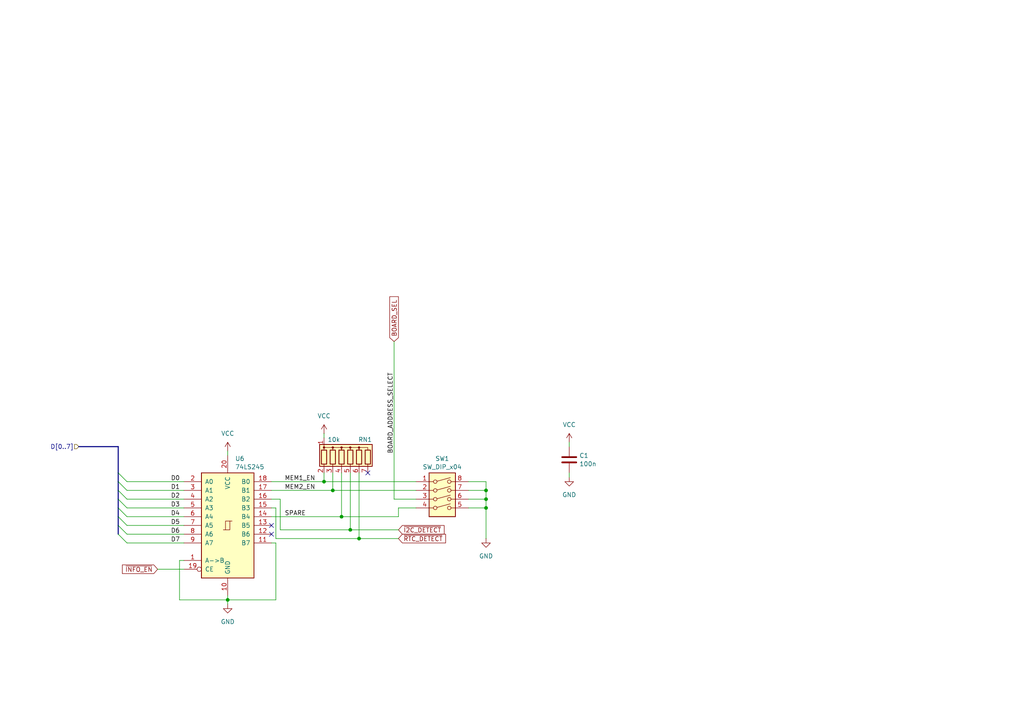
<source format=kicad_sch>
(kicad_sch
	(version 20250114)
	(generator "eeschema")
	(generator_version "9.0")
	(uuid "3bc1928d-9cad-42a4-84d2-bc102e3036c1")
	(paper "A4")
	(title_block
		(title "AutoConfig-addon")
	)
	(lib_symbols
		(symbol "74xx:74LS245"
			(pin_names
				(offset 1.016)
			)
			(exclude_from_sim no)
			(in_bom yes)
			(on_board yes)
			(property "Reference" "U"
				(at -7.62 16.51 0)
				(effects
					(font
						(size 1.27 1.27)
					)
				)
			)
			(property "Value" "74LS245"
				(at -7.62 -16.51 0)
				(effects
					(font
						(size 1.27 1.27)
					)
				)
			)
			(property "Footprint" ""
				(at 0 0 0)
				(effects
					(font
						(size 1.27 1.27)
					)
					(hide yes)
				)
			)
			(property "Datasheet" "http://www.ti.com/lit/gpn/sn74LS245"
				(at 0 0 0)
				(effects
					(font
						(size 1.27 1.27)
					)
					(hide yes)
				)
			)
			(property "Description" "Octal BUS Transceivers, 3-State outputs"
				(at 0 0 0)
				(effects
					(font
						(size 1.27 1.27)
					)
					(hide yes)
				)
			)
			(property "ki_locked" ""
				(at 0 0 0)
				(effects
					(font
						(size 1.27 1.27)
					)
				)
			)
			(property "ki_keywords" "TTL BUS 3State"
				(at 0 0 0)
				(effects
					(font
						(size 1.27 1.27)
					)
					(hide yes)
				)
			)
			(property "ki_fp_filters" "DIP?20*"
				(at 0 0 0)
				(effects
					(font
						(size 1.27 1.27)
					)
					(hide yes)
				)
			)
			(symbol "74LS245_1_0"
				(polyline
					(pts
						(xy -1.27 -1.27) (xy 0.635 -1.27) (xy 0.635 1.27) (xy 1.27 1.27)
					)
					(stroke
						(width 0)
						(type default)
					)
					(fill
						(type none)
					)
				)
				(polyline
					(pts
						(xy -0.635 -1.27) (xy -0.635 1.27) (xy 0.635 1.27)
					)
					(stroke
						(width 0)
						(type default)
					)
					(fill
						(type none)
					)
				)
				(pin tri_state line
					(at -12.7 12.7 0)
					(length 5.08)
					(name "A0"
						(effects
							(font
								(size 1.27 1.27)
							)
						)
					)
					(number "2"
						(effects
							(font
								(size 1.27 1.27)
							)
						)
					)
				)
				(pin tri_state line
					(at -12.7 10.16 0)
					(length 5.08)
					(name "A1"
						(effects
							(font
								(size 1.27 1.27)
							)
						)
					)
					(number "3"
						(effects
							(font
								(size 1.27 1.27)
							)
						)
					)
				)
				(pin tri_state line
					(at -12.7 7.62 0)
					(length 5.08)
					(name "A2"
						(effects
							(font
								(size 1.27 1.27)
							)
						)
					)
					(number "4"
						(effects
							(font
								(size 1.27 1.27)
							)
						)
					)
				)
				(pin tri_state line
					(at -12.7 5.08 0)
					(length 5.08)
					(name "A3"
						(effects
							(font
								(size 1.27 1.27)
							)
						)
					)
					(number "5"
						(effects
							(font
								(size 1.27 1.27)
							)
						)
					)
				)
				(pin tri_state line
					(at -12.7 2.54 0)
					(length 5.08)
					(name "A4"
						(effects
							(font
								(size 1.27 1.27)
							)
						)
					)
					(number "6"
						(effects
							(font
								(size 1.27 1.27)
							)
						)
					)
				)
				(pin tri_state line
					(at -12.7 0 0)
					(length 5.08)
					(name "A5"
						(effects
							(font
								(size 1.27 1.27)
							)
						)
					)
					(number "7"
						(effects
							(font
								(size 1.27 1.27)
							)
						)
					)
				)
				(pin tri_state line
					(at -12.7 -2.54 0)
					(length 5.08)
					(name "A6"
						(effects
							(font
								(size 1.27 1.27)
							)
						)
					)
					(number "8"
						(effects
							(font
								(size 1.27 1.27)
							)
						)
					)
				)
				(pin tri_state line
					(at -12.7 -5.08 0)
					(length 5.08)
					(name "A7"
						(effects
							(font
								(size 1.27 1.27)
							)
						)
					)
					(number "9"
						(effects
							(font
								(size 1.27 1.27)
							)
						)
					)
				)
				(pin input line
					(at -12.7 -10.16 0)
					(length 5.08)
					(name "A->B"
						(effects
							(font
								(size 1.27 1.27)
							)
						)
					)
					(number "1"
						(effects
							(font
								(size 1.27 1.27)
							)
						)
					)
				)
				(pin input inverted
					(at -12.7 -12.7 0)
					(length 5.08)
					(name "CE"
						(effects
							(font
								(size 1.27 1.27)
							)
						)
					)
					(number "19"
						(effects
							(font
								(size 1.27 1.27)
							)
						)
					)
				)
				(pin power_in line
					(at 0 20.32 270)
					(length 5.08)
					(name "VCC"
						(effects
							(font
								(size 1.27 1.27)
							)
						)
					)
					(number "20"
						(effects
							(font
								(size 1.27 1.27)
							)
						)
					)
				)
				(pin power_in line
					(at 0 -20.32 90)
					(length 5.08)
					(name "GND"
						(effects
							(font
								(size 1.27 1.27)
							)
						)
					)
					(number "10"
						(effects
							(font
								(size 1.27 1.27)
							)
						)
					)
				)
				(pin tri_state line
					(at 12.7 12.7 180)
					(length 5.08)
					(name "B0"
						(effects
							(font
								(size 1.27 1.27)
							)
						)
					)
					(number "18"
						(effects
							(font
								(size 1.27 1.27)
							)
						)
					)
				)
				(pin tri_state line
					(at 12.7 10.16 180)
					(length 5.08)
					(name "B1"
						(effects
							(font
								(size 1.27 1.27)
							)
						)
					)
					(number "17"
						(effects
							(font
								(size 1.27 1.27)
							)
						)
					)
				)
				(pin tri_state line
					(at 12.7 7.62 180)
					(length 5.08)
					(name "B2"
						(effects
							(font
								(size 1.27 1.27)
							)
						)
					)
					(number "16"
						(effects
							(font
								(size 1.27 1.27)
							)
						)
					)
				)
				(pin tri_state line
					(at 12.7 5.08 180)
					(length 5.08)
					(name "B3"
						(effects
							(font
								(size 1.27 1.27)
							)
						)
					)
					(number "15"
						(effects
							(font
								(size 1.27 1.27)
							)
						)
					)
				)
				(pin tri_state line
					(at 12.7 2.54 180)
					(length 5.08)
					(name "B4"
						(effects
							(font
								(size 1.27 1.27)
							)
						)
					)
					(number "14"
						(effects
							(font
								(size 1.27 1.27)
							)
						)
					)
				)
				(pin tri_state line
					(at 12.7 0 180)
					(length 5.08)
					(name "B5"
						(effects
							(font
								(size 1.27 1.27)
							)
						)
					)
					(number "13"
						(effects
							(font
								(size 1.27 1.27)
							)
						)
					)
				)
				(pin tri_state line
					(at 12.7 -2.54 180)
					(length 5.08)
					(name "B6"
						(effects
							(font
								(size 1.27 1.27)
							)
						)
					)
					(number "12"
						(effects
							(font
								(size 1.27 1.27)
							)
						)
					)
				)
				(pin tri_state line
					(at 12.7 -5.08 180)
					(length 5.08)
					(name "B7"
						(effects
							(font
								(size 1.27 1.27)
							)
						)
					)
					(number "11"
						(effects
							(font
								(size 1.27 1.27)
							)
						)
					)
				)
			)
			(symbol "74LS245_1_1"
				(rectangle
					(start -7.62 15.24)
					(end 7.62 -15.24)
					(stroke
						(width 0.254)
						(type default)
					)
					(fill
						(type background)
					)
				)
			)
			(embedded_fonts no)
		)
		(symbol "Device:C"
			(pin_numbers
				(hide yes)
			)
			(pin_names
				(offset 0.254)
			)
			(exclude_from_sim no)
			(in_bom yes)
			(on_board yes)
			(property "Reference" "C"
				(at 0.635 2.54 0)
				(effects
					(font
						(size 1.27 1.27)
					)
					(justify left)
				)
			)
			(property "Value" "C"
				(at 0.635 -2.54 0)
				(effects
					(font
						(size 1.27 1.27)
					)
					(justify left)
				)
			)
			(property "Footprint" ""
				(at 0.9652 -3.81 0)
				(effects
					(font
						(size 1.27 1.27)
					)
					(hide yes)
				)
			)
			(property "Datasheet" "~"
				(at 0 0 0)
				(effects
					(font
						(size 1.27 1.27)
					)
					(hide yes)
				)
			)
			(property "Description" "Unpolarized capacitor"
				(at 0 0 0)
				(effects
					(font
						(size 1.27 1.27)
					)
					(hide yes)
				)
			)
			(property "ki_keywords" "cap capacitor"
				(at 0 0 0)
				(effects
					(font
						(size 1.27 1.27)
					)
					(hide yes)
				)
			)
			(property "ki_fp_filters" "C_*"
				(at 0 0 0)
				(effects
					(font
						(size 1.27 1.27)
					)
					(hide yes)
				)
			)
			(symbol "C_0_1"
				(polyline
					(pts
						(xy -2.032 0.762) (xy 2.032 0.762)
					)
					(stroke
						(width 0.508)
						(type default)
					)
					(fill
						(type none)
					)
				)
				(polyline
					(pts
						(xy -2.032 -0.762) (xy 2.032 -0.762)
					)
					(stroke
						(width 0.508)
						(type default)
					)
					(fill
						(type none)
					)
				)
			)
			(symbol "C_1_1"
				(pin passive line
					(at 0 3.81 270)
					(length 2.794)
					(name "~"
						(effects
							(font
								(size 1.27 1.27)
							)
						)
					)
					(number "1"
						(effects
							(font
								(size 1.27 1.27)
							)
						)
					)
				)
				(pin passive line
					(at 0 -3.81 90)
					(length 2.794)
					(name "~"
						(effects
							(font
								(size 1.27 1.27)
							)
						)
					)
					(number "2"
						(effects
							(font
								(size 1.27 1.27)
							)
						)
					)
				)
			)
			(embedded_fonts no)
		)
		(symbol "Device:R_Network06"
			(pin_names
				(offset 0)
				(hide yes)
			)
			(exclude_from_sim no)
			(in_bom yes)
			(on_board yes)
			(property "Reference" "RN"
				(at -10.16 0 90)
				(effects
					(font
						(size 1.27 1.27)
					)
				)
			)
			(property "Value" "R_Network06"
				(at 7.62 0 90)
				(effects
					(font
						(size 1.27 1.27)
					)
				)
			)
			(property "Footprint" "Resistor_THT:R_Array_SIP7"
				(at 9.525 0 90)
				(effects
					(font
						(size 1.27 1.27)
					)
					(hide yes)
				)
			)
			(property "Datasheet" "http://www.vishay.com/docs/31509/csc.pdf"
				(at 0 0 0)
				(effects
					(font
						(size 1.27 1.27)
					)
					(hide yes)
				)
			)
			(property "Description" "6 resistor network, star topology, bussed resistors, small symbol"
				(at 0 0 0)
				(effects
					(font
						(size 1.27 1.27)
					)
					(hide yes)
				)
			)
			(property "ki_keywords" "R network star-topology"
				(at 0 0 0)
				(effects
					(font
						(size 1.27 1.27)
					)
					(hide yes)
				)
			)
			(property "ki_fp_filters" "R?Array?SIP*"
				(at 0 0 0)
				(effects
					(font
						(size 1.27 1.27)
					)
					(hide yes)
				)
			)
			(symbol "R_Network06_0_1"
				(rectangle
					(start -8.89 -3.175)
					(end 6.35 3.175)
					(stroke
						(width 0.254)
						(type default)
					)
					(fill
						(type background)
					)
				)
				(rectangle
					(start -8.382 1.524)
					(end -6.858 -2.54)
					(stroke
						(width 0.254)
						(type default)
					)
					(fill
						(type none)
					)
				)
				(circle
					(center -7.62 2.286)
					(radius 0.254)
					(stroke
						(width 0)
						(type default)
					)
					(fill
						(type outline)
					)
				)
				(polyline
					(pts
						(xy -7.62 1.524) (xy -7.62 2.286) (xy -5.08 2.286) (xy -5.08 1.524)
					)
					(stroke
						(width 0)
						(type default)
					)
					(fill
						(type none)
					)
				)
				(polyline
					(pts
						(xy -7.62 -2.54) (xy -7.62 -3.81)
					)
					(stroke
						(width 0)
						(type default)
					)
					(fill
						(type none)
					)
				)
				(rectangle
					(start -5.842 1.524)
					(end -4.318 -2.54)
					(stroke
						(width 0.254)
						(type default)
					)
					(fill
						(type none)
					)
				)
				(circle
					(center -5.08 2.286)
					(radius 0.254)
					(stroke
						(width 0)
						(type default)
					)
					(fill
						(type outline)
					)
				)
				(polyline
					(pts
						(xy -5.08 1.524) (xy -5.08 2.286) (xy -2.54 2.286) (xy -2.54 1.524)
					)
					(stroke
						(width 0)
						(type default)
					)
					(fill
						(type none)
					)
				)
				(polyline
					(pts
						(xy -5.08 -2.54) (xy -5.08 -3.81)
					)
					(stroke
						(width 0)
						(type default)
					)
					(fill
						(type none)
					)
				)
				(rectangle
					(start -3.302 1.524)
					(end -1.778 -2.54)
					(stroke
						(width 0.254)
						(type default)
					)
					(fill
						(type none)
					)
				)
				(circle
					(center -2.54 2.286)
					(radius 0.254)
					(stroke
						(width 0)
						(type default)
					)
					(fill
						(type outline)
					)
				)
				(polyline
					(pts
						(xy -2.54 1.524) (xy -2.54 2.286) (xy 0 2.286) (xy 0 1.524)
					)
					(stroke
						(width 0)
						(type default)
					)
					(fill
						(type none)
					)
				)
				(polyline
					(pts
						(xy -2.54 -2.54) (xy -2.54 -3.81)
					)
					(stroke
						(width 0)
						(type default)
					)
					(fill
						(type none)
					)
				)
				(rectangle
					(start -0.762 1.524)
					(end 0.762 -2.54)
					(stroke
						(width 0.254)
						(type default)
					)
					(fill
						(type none)
					)
				)
				(circle
					(center 0 2.286)
					(radius 0.254)
					(stroke
						(width 0)
						(type default)
					)
					(fill
						(type outline)
					)
				)
				(polyline
					(pts
						(xy 0 1.524) (xy 0 2.286) (xy 2.54 2.286) (xy 2.54 1.524)
					)
					(stroke
						(width 0)
						(type default)
					)
					(fill
						(type none)
					)
				)
				(polyline
					(pts
						(xy 0 -2.54) (xy 0 -3.81)
					)
					(stroke
						(width 0)
						(type default)
					)
					(fill
						(type none)
					)
				)
				(rectangle
					(start 1.778 1.524)
					(end 3.302 -2.54)
					(stroke
						(width 0.254)
						(type default)
					)
					(fill
						(type none)
					)
				)
				(circle
					(center 2.54 2.286)
					(radius 0.254)
					(stroke
						(width 0)
						(type default)
					)
					(fill
						(type outline)
					)
				)
				(polyline
					(pts
						(xy 2.54 1.524) (xy 2.54 2.286) (xy 5.08 2.286) (xy 5.08 1.524)
					)
					(stroke
						(width 0)
						(type default)
					)
					(fill
						(type none)
					)
				)
				(polyline
					(pts
						(xy 2.54 -2.54) (xy 2.54 -3.81)
					)
					(stroke
						(width 0)
						(type default)
					)
					(fill
						(type none)
					)
				)
				(rectangle
					(start 4.318 1.524)
					(end 5.842 -2.54)
					(stroke
						(width 0.254)
						(type default)
					)
					(fill
						(type none)
					)
				)
				(polyline
					(pts
						(xy 5.08 -2.54) (xy 5.08 -3.81)
					)
					(stroke
						(width 0)
						(type default)
					)
					(fill
						(type none)
					)
				)
			)
			(symbol "R_Network06_1_1"
				(pin passive line
					(at -7.62 5.08 270)
					(length 2.54)
					(name "common"
						(effects
							(font
								(size 1.27 1.27)
							)
						)
					)
					(number "1"
						(effects
							(font
								(size 1.27 1.27)
							)
						)
					)
				)
				(pin passive line
					(at -7.62 -5.08 90)
					(length 1.27)
					(name "R1"
						(effects
							(font
								(size 1.27 1.27)
							)
						)
					)
					(number "2"
						(effects
							(font
								(size 1.27 1.27)
							)
						)
					)
				)
				(pin passive line
					(at -5.08 -5.08 90)
					(length 1.27)
					(name "R2"
						(effects
							(font
								(size 1.27 1.27)
							)
						)
					)
					(number "3"
						(effects
							(font
								(size 1.27 1.27)
							)
						)
					)
				)
				(pin passive line
					(at -2.54 -5.08 90)
					(length 1.27)
					(name "R3"
						(effects
							(font
								(size 1.27 1.27)
							)
						)
					)
					(number "4"
						(effects
							(font
								(size 1.27 1.27)
							)
						)
					)
				)
				(pin passive line
					(at 0 -5.08 90)
					(length 1.27)
					(name "R4"
						(effects
							(font
								(size 1.27 1.27)
							)
						)
					)
					(number "5"
						(effects
							(font
								(size 1.27 1.27)
							)
						)
					)
				)
				(pin passive line
					(at 2.54 -5.08 90)
					(length 1.27)
					(name "R5"
						(effects
							(font
								(size 1.27 1.27)
							)
						)
					)
					(number "6"
						(effects
							(font
								(size 1.27 1.27)
							)
						)
					)
				)
				(pin passive line
					(at 5.08 -5.08 90)
					(length 1.27)
					(name "R6"
						(effects
							(font
								(size 1.27 1.27)
							)
						)
					)
					(number "7"
						(effects
							(font
								(size 1.27 1.27)
							)
						)
					)
				)
			)
			(embedded_fonts no)
		)
		(symbol "Switch:SW_DIP_x04"
			(pin_names
				(offset 0)
				(hide yes)
			)
			(exclude_from_sim no)
			(in_bom yes)
			(on_board yes)
			(property "Reference" "SW"
				(at 0 8.89 0)
				(effects
					(font
						(size 1.27 1.27)
					)
				)
			)
			(property "Value" "SW_DIP_x04"
				(at 0 -6.35 0)
				(effects
					(font
						(size 1.27 1.27)
					)
				)
			)
			(property "Footprint" ""
				(at 0 0 0)
				(effects
					(font
						(size 1.27 1.27)
					)
					(hide yes)
				)
			)
			(property "Datasheet" "~"
				(at 0 0 0)
				(effects
					(font
						(size 1.27 1.27)
					)
					(hide yes)
				)
			)
			(property "Description" "4x DIP Switch, Single Pole Single Throw (SPST) switch, small symbol"
				(at 0 0 0)
				(effects
					(font
						(size 1.27 1.27)
					)
					(hide yes)
				)
			)
			(property "ki_keywords" "dip switch"
				(at 0 0 0)
				(effects
					(font
						(size 1.27 1.27)
					)
					(hide yes)
				)
			)
			(property "ki_fp_filters" "SW?DIP?x4*"
				(at 0 0 0)
				(effects
					(font
						(size 1.27 1.27)
					)
					(hide yes)
				)
			)
			(symbol "SW_DIP_x04_0_0"
				(circle
					(center -2.032 5.08)
					(radius 0.508)
					(stroke
						(width 0)
						(type default)
					)
					(fill
						(type none)
					)
				)
				(circle
					(center -2.032 2.54)
					(radius 0.508)
					(stroke
						(width 0)
						(type default)
					)
					(fill
						(type none)
					)
				)
				(circle
					(center -2.032 0)
					(radius 0.508)
					(stroke
						(width 0)
						(type default)
					)
					(fill
						(type none)
					)
				)
				(circle
					(center -2.032 -2.54)
					(radius 0.508)
					(stroke
						(width 0)
						(type default)
					)
					(fill
						(type none)
					)
				)
				(polyline
					(pts
						(xy -1.524 5.207) (xy 2.3622 6.2484)
					)
					(stroke
						(width 0)
						(type default)
					)
					(fill
						(type none)
					)
				)
				(polyline
					(pts
						(xy -1.524 2.667) (xy 2.3622 3.7084)
					)
					(stroke
						(width 0)
						(type default)
					)
					(fill
						(type none)
					)
				)
				(polyline
					(pts
						(xy -1.524 0.127) (xy 2.3622 1.1684)
					)
					(stroke
						(width 0)
						(type default)
					)
					(fill
						(type none)
					)
				)
				(polyline
					(pts
						(xy -1.524 -2.3876) (xy 2.3622 -1.3462)
					)
					(stroke
						(width 0)
						(type default)
					)
					(fill
						(type none)
					)
				)
				(circle
					(center 2.032 5.08)
					(radius 0.508)
					(stroke
						(width 0)
						(type default)
					)
					(fill
						(type none)
					)
				)
				(circle
					(center 2.032 2.54)
					(radius 0.508)
					(stroke
						(width 0)
						(type default)
					)
					(fill
						(type none)
					)
				)
				(circle
					(center 2.032 0)
					(radius 0.508)
					(stroke
						(width 0)
						(type default)
					)
					(fill
						(type none)
					)
				)
				(circle
					(center 2.032 -2.54)
					(radius 0.508)
					(stroke
						(width 0)
						(type default)
					)
					(fill
						(type none)
					)
				)
			)
			(symbol "SW_DIP_x04_0_1"
				(rectangle
					(start -3.81 7.62)
					(end 3.81 -5.08)
					(stroke
						(width 0.254)
						(type default)
					)
					(fill
						(type background)
					)
				)
			)
			(symbol "SW_DIP_x04_1_1"
				(pin passive line
					(at -7.62 5.08 0)
					(length 5.08)
					(name "~"
						(effects
							(font
								(size 1.27 1.27)
							)
						)
					)
					(number "1"
						(effects
							(font
								(size 1.27 1.27)
							)
						)
					)
				)
				(pin passive line
					(at -7.62 2.54 0)
					(length 5.08)
					(name "~"
						(effects
							(font
								(size 1.27 1.27)
							)
						)
					)
					(number "2"
						(effects
							(font
								(size 1.27 1.27)
							)
						)
					)
				)
				(pin passive line
					(at -7.62 0 0)
					(length 5.08)
					(name "~"
						(effects
							(font
								(size 1.27 1.27)
							)
						)
					)
					(number "3"
						(effects
							(font
								(size 1.27 1.27)
							)
						)
					)
				)
				(pin passive line
					(at -7.62 -2.54 0)
					(length 5.08)
					(name "~"
						(effects
							(font
								(size 1.27 1.27)
							)
						)
					)
					(number "4"
						(effects
							(font
								(size 1.27 1.27)
							)
						)
					)
				)
				(pin passive line
					(at 7.62 5.08 180)
					(length 5.08)
					(name "~"
						(effects
							(font
								(size 1.27 1.27)
							)
						)
					)
					(number "8"
						(effects
							(font
								(size 1.27 1.27)
							)
						)
					)
				)
				(pin passive line
					(at 7.62 2.54 180)
					(length 5.08)
					(name "~"
						(effects
							(font
								(size 1.27 1.27)
							)
						)
					)
					(number "7"
						(effects
							(font
								(size 1.27 1.27)
							)
						)
					)
				)
				(pin passive line
					(at 7.62 0 180)
					(length 5.08)
					(name "~"
						(effects
							(font
								(size 1.27 1.27)
							)
						)
					)
					(number "6"
						(effects
							(font
								(size 1.27 1.27)
							)
						)
					)
				)
				(pin passive line
					(at 7.62 -2.54 180)
					(length 5.08)
					(name "~"
						(effects
							(font
								(size 1.27 1.27)
							)
						)
					)
					(number "5"
						(effects
							(font
								(size 1.27 1.27)
							)
						)
					)
				)
			)
			(embedded_fonts no)
		)
		(symbol "power:GND"
			(power)
			(pin_numbers
				(hide yes)
			)
			(pin_names
				(offset 0)
				(hide yes)
			)
			(exclude_from_sim no)
			(in_bom yes)
			(on_board yes)
			(property "Reference" "#PWR"
				(at 0 -6.35 0)
				(effects
					(font
						(size 1.27 1.27)
					)
					(hide yes)
				)
			)
			(property "Value" "GND"
				(at 0 -3.81 0)
				(effects
					(font
						(size 1.27 1.27)
					)
				)
			)
			(property "Footprint" ""
				(at 0 0 0)
				(effects
					(font
						(size 1.27 1.27)
					)
					(hide yes)
				)
			)
			(property "Datasheet" ""
				(at 0 0 0)
				(effects
					(font
						(size 1.27 1.27)
					)
					(hide yes)
				)
			)
			(property "Description" "Power symbol creates a global label with name \"GND\" , ground"
				(at 0 0 0)
				(effects
					(font
						(size 1.27 1.27)
					)
					(hide yes)
				)
			)
			(property "ki_keywords" "global power"
				(at 0 0 0)
				(effects
					(font
						(size 1.27 1.27)
					)
					(hide yes)
				)
			)
			(symbol "GND_0_1"
				(polyline
					(pts
						(xy 0 0) (xy 0 -1.27) (xy 1.27 -1.27) (xy 0 -2.54) (xy -1.27 -1.27) (xy 0 -1.27)
					)
					(stroke
						(width 0)
						(type default)
					)
					(fill
						(type none)
					)
				)
			)
			(symbol "GND_1_1"
				(pin power_in line
					(at 0 0 270)
					(length 0)
					(name "~"
						(effects
							(font
								(size 1.27 1.27)
							)
						)
					)
					(number "1"
						(effects
							(font
								(size 1.27 1.27)
							)
						)
					)
				)
			)
			(embedded_fonts no)
		)
		(symbol "power:VCC"
			(power)
			(pin_numbers
				(hide yes)
			)
			(pin_names
				(offset 0)
				(hide yes)
			)
			(exclude_from_sim no)
			(in_bom yes)
			(on_board yes)
			(property "Reference" "#PWR"
				(at 0 -3.81 0)
				(effects
					(font
						(size 1.27 1.27)
					)
					(hide yes)
				)
			)
			(property "Value" "VCC"
				(at 0 3.556 0)
				(effects
					(font
						(size 1.27 1.27)
					)
				)
			)
			(property "Footprint" ""
				(at 0 0 0)
				(effects
					(font
						(size 1.27 1.27)
					)
					(hide yes)
				)
			)
			(property "Datasheet" ""
				(at 0 0 0)
				(effects
					(font
						(size 1.27 1.27)
					)
					(hide yes)
				)
			)
			(property "Description" "Power symbol creates a global label with name \"VCC\""
				(at 0 0 0)
				(effects
					(font
						(size 1.27 1.27)
					)
					(hide yes)
				)
			)
			(property "ki_keywords" "global power"
				(at 0 0 0)
				(effects
					(font
						(size 1.27 1.27)
					)
					(hide yes)
				)
			)
			(symbol "VCC_0_1"
				(polyline
					(pts
						(xy -0.762 1.27) (xy 0 2.54)
					)
					(stroke
						(width 0)
						(type default)
					)
					(fill
						(type none)
					)
				)
				(polyline
					(pts
						(xy 0 2.54) (xy 0.762 1.27)
					)
					(stroke
						(width 0)
						(type default)
					)
					(fill
						(type none)
					)
				)
				(polyline
					(pts
						(xy 0 0) (xy 0 2.54)
					)
					(stroke
						(width 0)
						(type default)
					)
					(fill
						(type none)
					)
				)
			)
			(symbol "VCC_1_1"
				(pin power_in line
					(at 0 0 90)
					(length 0)
					(name "~"
						(effects
							(font
								(size 1.27 1.27)
							)
						)
					)
					(number "1"
						(effects
							(font
								(size 1.27 1.27)
							)
						)
					)
				)
			)
			(embedded_fonts no)
		)
	)
	(junction
		(at 140.97 147.32)
		(diameter 0)
		(color 0 0 0 0)
		(uuid "03a35a8e-f6f2-4e5c-8537-9fdc695eb728")
	)
	(junction
		(at 66.04 173.99)
		(diameter 0)
		(color 0 0 0 0)
		(uuid "18bd01ce-bec7-4c6f-abb3-b6de71d3c65f")
	)
	(junction
		(at 93.98 139.7)
		(diameter 0)
		(color 0 0 0 0)
		(uuid "6502d1f1-1d02-445f-9d06-f731e480d60d")
	)
	(junction
		(at 104.14 156.21)
		(diameter 0)
		(color 0 0 0 0)
		(uuid "7af1a995-d2cd-4322-97fd-0e2a4370028a")
	)
	(junction
		(at 96.52 142.24)
		(diameter 0)
		(color 0 0 0 0)
		(uuid "7b222fda-dfbe-4bc8-9264-60c344cbfd05")
	)
	(junction
		(at 140.97 144.78)
		(diameter 0)
		(color 0 0 0 0)
		(uuid "8fa1690b-b566-40ea-82e0-abe278b6018b")
	)
	(junction
		(at 99.06 149.86)
		(diameter 0)
		(color 0 0 0 0)
		(uuid "d0a17236-d1e9-45d5-989c-777858c3b346")
	)
	(junction
		(at 101.6 153.67)
		(diameter 0)
		(color 0 0 0 0)
		(uuid "e1acee3a-b2e8-4417-af1b-db0c75218009")
	)
	(junction
		(at 140.97 142.24)
		(diameter 0)
		(color 0 0 0 0)
		(uuid "f923d0b3-fa60-4eac-b7d9-8bf257eac509")
	)
	(no_connect
		(at 78.74 152.4)
		(uuid "9efbe0f0-f167-492b-9e5f-daa3b803bd8d")
	)
	(no_connect
		(at 78.74 154.94)
		(uuid "f689fedf-633c-4d70-af00-8b7ea476a92e")
	)
	(no_connect
		(at 106.68 137.16)
		(uuid "f894a9e9-e452-4441-860f-610f48596b9f")
	)
	(bus_entry
		(at 34.29 154.94)
		(size 2.54 2.54)
		(stroke
			(width 0)
			(type default)
		)
		(uuid "1c8d0906-fd5f-434b-abd9-f5e91118b4e3")
	)
	(bus_entry
		(at 34.29 137.16)
		(size 2.54 2.54)
		(stroke
			(width 0)
			(type default)
		)
		(uuid "1d7fac4e-233e-4034-b3a5-fee4e70530da")
	)
	(bus_entry
		(at 34.29 139.7)
		(size 2.54 2.54)
		(stroke
			(width 0)
			(type default)
		)
		(uuid "3d681e9a-b8c0-4849-a0ca-244ff78c407a")
	)
	(bus_entry
		(at 34.29 147.32)
		(size 2.54 2.54)
		(stroke
			(width 0)
			(type default)
		)
		(uuid "3f001785-940d-45fa-9f3a-580403d74f79")
	)
	(bus_entry
		(at 34.29 142.24)
		(size 2.54 2.54)
		(stroke
			(width 0)
			(type default)
		)
		(uuid "46ae2d0c-7182-46a3-a35e-d6f4c73205b7")
	)
	(bus_entry
		(at 34.29 144.78)
		(size 2.54 2.54)
		(stroke
			(width 0)
			(type default)
		)
		(uuid "57d2f963-d215-4497-a244-247177a32145")
	)
	(bus_entry
		(at 34.29 149.86)
		(size 2.54 2.54)
		(stroke
			(width 0)
			(type default)
		)
		(uuid "a9cb8a07-d684-48c7-84a6-8f3ef818f0cc")
	)
	(bus_entry
		(at 34.29 152.4)
		(size 2.54 2.54)
		(stroke
			(width 0)
			(type default)
		)
		(uuid "c23ab581-b8e9-4829-a1cf-70599d6dc5b2")
	)
	(wire
		(pts
			(xy 99.06 137.16) (xy 99.06 149.86)
		)
		(stroke
			(width 0)
			(type default)
		)
		(uuid "02177024-a623-4fdd-8ec4-6e2cc5670233")
	)
	(wire
		(pts
			(xy 140.97 142.24) (xy 140.97 144.78)
		)
		(stroke
			(width 0)
			(type default)
		)
		(uuid "05fd6587-d18f-444a-8398-0fdfd34b0169")
	)
	(wire
		(pts
			(xy 93.98 139.7) (xy 120.65 139.7)
		)
		(stroke
			(width 0)
			(type default)
		)
		(uuid "1291162c-06b7-4c10-8417-c8d6805cd775")
	)
	(wire
		(pts
			(xy 36.83 154.94) (xy 53.34 154.94)
		)
		(stroke
			(width 0)
			(type default)
		)
		(uuid "133577da-9ce8-47ea-8bbc-ac7c0472c636")
	)
	(wire
		(pts
			(xy 104.14 137.16) (xy 104.14 156.21)
		)
		(stroke
			(width 0)
			(type default)
		)
		(uuid "1366915c-0fda-4d63-93ac-0c08a7ce5604")
	)
	(wire
		(pts
			(xy 78.74 139.7) (xy 93.98 139.7)
		)
		(stroke
			(width 0)
			(type default)
		)
		(uuid "1474c395-85b2-4c58-b113-403e04f947ea")
	)
	(bus
		(pts
			(xy 34.29 149.86) (xy 34.29 152.4)
		)
		(stroke
			(width 0)
			(type default)
		)
		(uuid "168b485a-e739-463c-ac38-8dc04acc97cb")
	)
	(bus
		(pts
			(xy 34.29 129.54) (xy 34.29 137.16)
		)
		(stroke
			(width 0)
			(type default)
		)
		(uuid "1e888039-92f2-4e64-a269-44269ba06576")
	)
	(wire
		(pts
			(xy 80.01 156.21) (xy 104.14 156.21)
		)
		(stroke
			(width 0)
			(type default)
		)
		(uuid "1ebe3932-6913-4a65-9477-77b9c34cb5e8")
	)
	(wire
		(pts
			(xy 52.07 162.56) (xy 52.07 173.99)
		)
		(stroke
			(width 0)
			(type default)
		)
		(uuid "23e4dbcb-32b5-4989-8eac-343eac09afc8")
	)
	(wire
		(pts
			(xy 36.83 157.48) (xy 53.34 157.48)
		)
		(stroke
			(width 0)
			(type default)
		)
		(uuid "267d97f1-4f1c-45a6-8333-a4c342273d31")
	)
	(wire
		(pts
			(xy 114.3 99.06) (xy 114.3 144.78)
		)
		(stroke
			(width 0)
			(type default)
		)
		(uuid "28de5292-ef8c-48c5-9653-8fef1d93b999")
	)
	(wire
		(pts
			(xy 78.74 144.78) (xy 81.28 144.78)
		)
		(stroke
			(width 0)
			(type default)
		)
		(uuid "2a3063fc-a356-448f-8550-3b37405de58d")
	)
	(bus
		(pts
			(xy 34.29 142.24) (xy 34.29 144.78)
		)
		(stroke
			(width 0)
			(type default)
		)
		(uuid "3010221f-3e77-4c87-8af5-55635cd14b95")
	)
	(wire
		(pts
			(xy 120.65 147.32) (xy 115.57 147.32)
		)
		(stroke
			(width 0)
			(type default)
		)
		(uuid "3dfe17ca-207f-49a5-8e72-4721509693b5")
	)
	(bus
		(pts
			(xy 34.29 144.78) (xy 34.29 147.32)
		)
		(stroke
			(width 0)
			(type default)
		)
		(uuid "3e15e0cf-b304-44fc-8ec6-da85e8a48947")
	)
	(wire
		(pts
			(xy 80.01 173.99) (xy 66.04 173.99)
		)
		(stroke
			(width 0)
			(type default)
		)
		(uuid "4c95c756-f12c-4fae-aa9b-fa35e834b59d")
	)
	(wire
		(pts
			(xy 96.52 137.16) (xy 96.52 142.24)
		)
		(stroke
			(width 0)
			(type default)
		)
		(uuid "4f58c4f8-00d8-4d69-ac35-e162de314f7e")
	)
	(wire
		(pts
			(xy 78.74 142.24) (xy 96.52 142.24)
		)
		(stroke
			(width 0)
			(type default)
		)
		(uuid "52dab905-ab4c-4785-a94d-cb8b860b4d8f")
	)
	(wire
		(pts
			(xy 135.89 142.24) (xy 140.97 142.24)
		)
		(stroke
			(width 0)
			(type default)
		)
		(uuid "52dc1609-b878-4cc9-92ef-918d525d1661")
	)
	(wire
		(pts
			(xy 36.83 139.7) (xy 53.34 139.7)
		)
		(stroke
			(width 0)
			(type default)
		)
		(uuid "629312d9-7da9-4029-99c8-44c47c531798")
	)
	(wire
		(pts
			(xy 135.89 139.7) (xy 140.97 139.7)
		)
		(stroke
			(width 0)
			(type default)
		)
		(uuid "63dd1dee-ec69-470f-be42-8304bf643fc7")
	)
	(wire
		(pts
			(xy 81.28 153.67) (xy 101.6 153.67)
		)
		(stroke
			(width 0)
			(type default)
		)
		(uuid "64b615bf-fa78-4d41-94f7-c2d02b333cba")
	)
	(wire
		(pts
			(xy 66.04 173.99) (xy 66.04 175.26)
		)
		(stroke
			(width 0)
			(type default)
		)
		(uuid "67da9315-cecf-4b0b-8d58-3f105220fa3a")
	)
	(wire
		(pts
			(xy 93.98 137.16) (xy 93.98 139.7)
		)
		(stroke
			(width 0)
			(type default)
		)
		(uuid "698da0f9-3ce4-4351-8834-4dd61611e5be")
	)
	(wire
		(pts
			(xy 165.1 137.16) (xy 165.1 138.43)
		)
		(stroke
			(width 0)
			(type default)
		)
		(uuid "69bae92e-e891-4658-b3e1-064a804a0db8")
	)
	(wire
		(pts
			(xy 140.97 147.32) (xy 140.97 156.21)
		)
		(stroke
			(width 0)
			(type default)
		)
		(uuid "6c07277b-c4c7-4bc0-9394-e31fee41db8c")
	)
	(wire
		(pts
			(xy 99.06 149.86) (xy 115.57 149.86)
		)
		(stroke
			(width 0)
			(type default)
		)
		(uuid "6ccef2a7-ea19-4d47-bfea-046cc53cb1e1")
	)
	(wire
		(pts
			(xy 96.52 142.24) (xy 120.65 142.24)
		)
		(stroke
			(width 0)
			(type default)
		)
		(uuid "739bbc89-f394-4313-9f7a-d953409a8f72")
	)
	(wire
		(pts
			(xy 66.04 130.81) (xy 66.04 132.08)
		)
		(stroke
			(width 0)
			(type default)
		)
		(uuid "7a2608c5-de9a-46a6-baf9-c2859c0fcf2d")
	)
	(wire
		(pts
			(xy 36.83 147.32) (xy 53.34 147.32)
		)
		(stroke
			(width 0)
			(type default)
		)
		(uuid "7a4d4ec5-ba1a-45a4-9c86-aa9d014b2e60")
	)
	(wire
		(pts
			(xy 36.83 142.24) (xy 53.34 142.24)
		)
		(stroke
			(width 0)
			(type default)
		)
		(uuid "7dae0c23-c10a-4927-a3f6-b0cd3d1abd8c")
	)
	(wire
		(pts
			(xy 104.14 156.21) (xy 115.57 156.21)
		)
		(stroke
			(width 0)
			(type default)
		)
		(uuid "7f724781-09a1-4e8c-bf45-5291d1478be0")
	)
	(wire
		(pts
			(xy 80.01 157.48) (xy 80.01 173.99)
		)
		(stroke
			(width 0)
			(type default)
		)
		(uuid "85365a8e-63e5-4aed-bce8-e3e02c610fad")
	)
	(bus
		(pts
			(xy 34.29 139.7) (xy 34.29 142.24)
		)
		(stroke
			(width 0)
			(type default)
		)
		(uuid "8c164ade-149d-484f-9f55-692a12c83857")
	)
	(bus
		(pts
			(xy 34.29 137.16) (xy 34.29 139.7)
		)
		(stroke
			(width 0)
			(type default)
		)
		(uuid "9166bd54-e71f-43f9-bfd7-de7369e1722e")
	)
	(wire
		(pts
			(xy 78.74 147.32) (xy 80.01 147.32)
		)
		(stroke
			(width 0)
			(type default)
		)
		(uuid "93321617-60ad-4bfa-aae2-7f301b37c16e")
	)
	(wire
		(pts
			(xy 36.83 144.78) (xy 53.34 144.78)
		)
		(stroke
			(width 0)
			(type default)
		)
		(uuid "9a40e6ab-de48-4926-9f9f-d911244cd741")
	)
	(wire
		(pts
			(xy 52.07 173.99) (xy 66.04 173.99)
		)
		(stroke
			(width 0)
			(type default)
		)
		(uuid "9c6e346a-25f9-4ae2-88c4-aab1228ae681")
	)
	(wire
		(pts
			(xy 53.34 162.56) (xy 52.07 162.56)
		)
		(stroke
			(width 0)
			(type default)
		)
		(uuid "9cf8885a-d435-405a-8409-adb42f7da191")
	)
	(wire
		(pts
			(xy 36.83 152.4) (xy 53.34 152.4)
		)
		(stroke
			(width 0)
			(type default)
		)
		(uuid "9d2e86f4-0a8f-427a-9982-3032983d5ee4")
	)
	(bus
		(pts
			(xy 34.29 147.32) (xy 34.29 149.86)
		)
		(stroke
			(width 0)
			(type default)
		)
		(uuid "a6da1283-f05a-4780-9776-71d772003799")
	)
	(wire
		(pts
			(xy 93.98 125.73) (xy 93.98 127)
		)
		(stroke
			(width 0)
			(type default)
		)
		(uuid "addd2c97-59d6-47ad-ba4b-f0237345bf68")
	)
	(wire
		(pts
			(xy 45.72 165.1) (xy 53.34 165.1)
		)
		(stroke
			(width 0)
			(type default)
		)
		(uuid "ae35be8b-c462-49ab-b694-aa3f28073b60")
	)
	(bus
		(pts
			(xy 22.86 129.54) (xy 34.29 129.54)
		)
		(stroke
			(width 0)
			(type default)
		)
		(uuid "af1991e6-3bea-4e05-8ea0-4110211b0d48")
	)
	(wire
		(pts
			(xy 120.65 144.78) (xy 114.3 144.78)
		)
		(stroke
			(width 0)
			(type default)
		)
		(uuid "b5b98f87-d62b-42c4-8c6f-f2c7c9455c3f")
	)
	(wire
		(pts
			(xy 140.97 144.78) (xy 140.97 147.32)
		)
		(stroke
			(width 0)
			(type default)
		)
		(uuid "bdc3c1e1-1961-4297-96ba-375713779309")
	)
	(wire
		(pts
			(xy 81.28 144.78) (xy 81.28 153.67)
		)
		(stroke
			(width 0)
			(type default)
		)
		(uuid "c7c48375-6537-4a7b-b843-bacfefd7cc48")
	)
	(wire
		(pts
			(xy 78.74 157.48) (xy 80.01 157.48)
		)
		(stroke
			(width 0)
			(type default)
		)
		(uuid "cf3962af-8061-41f4-b03c-720e8e28b8d9")
	)
	(wire
		(pts
			(xy 115.57 147.32) (xy 115.57 149.86)
		)
		(stroke
			(width 0)
			(type default)
		)
		(uuid "d19cfb6c-9c55-4c4a-a381-74aff4b20d59")
	)
	(wire
		(pts
			(xy 78.74 149.86) (xy 99.06 149.86)
		)
		(stroke
			(width 0)
			(type default)
		)
		(uuid "db9bae2e-686c-4bdb-80f9-4ca262a9ae3f")
	)
	(wire
		(pts
			(xy 80.01 147.32) (xy 80.01 156.21)
		)
		(stroke
			(width 0)
			(type default)
		)
		(uuid "e1e25128-6432-45bb-aab1-494d99724441")
	)
	(wire
		(pts
			(xy 101.6 153.67) (xy 115.57 153.67)
		)
		(stroke
			(width 0)
			(type default)
		)
		(uuid "e3b0ba92-3c4e-4ae5-bfb3-b8e4df8e7f69")
	)
	(wire
		(pts
			(xy 165.1 128.27) (xy 165.1 129.54)
		)
		(stroke
			(width 0)
			(type default)
		)
		(uuid "e9554b7a-1e99-4ebc-8cf0-f7e5cfd6b33a")
	)
	(wire
		(pts
			(xy 140.97 139.7) (xy 140.97 142.24)
		)
		(stroke
			(width 0)
			(type default)
		)
		(uuid "ea89810e-cc84-4360-863f-a26966ea13ec")
	)
	(wire
		(pts
			(xy 36.83 149.86) (xy 53.34 149.86)
		)
		(stroke
			(width 0)
			(type default)
		)
		(uuid "eb0e3896-2df6-4143-bbb1-cd03d121a757")
	)
	(bus
		(pts
			(xy 34.29 152.4) (xy 34.29 154.94)
		)
		(stroke
			(width 0)
			(type default)
		)
		(uuid "ebd2e82d-df16-4f69-8a92-8c1b8909ab50")
	)
	(wire
		(pts
			(xy 66.04 172.72) (xy 66.04 173.99)
		)
		(stroke
			(width 0)
			(type default)
		)
		(uuid "ecb9a53c-7600-4101-8443-af95aea804be")
	)
	(wire
		(pts
			(xy 135.89 144.78) (xy 140.97 144.78)
		)
		(stroke
			(width 0)
			(type default)
		)
		(uuid "f1b1e0cc-1c28-44b8-9425-dbd0f105d5c8")
	)
	(wire
		(pts
			(xy 135.89 147.32) (xy 140.97 147.32)
		)
		(stroke
			(width 0)
			(type default)
		)
		(uuid "faa97fbc-693b-468b-9969-b9fba2086437")
	)
	(wire
		(pts
			(xy 101.6 137.16) (xy 101.6 153.67)
		)
		(stroke
			(width 0)
			(type default)
		)
		(uuid "fec6e846-2a71-42b5-abcb-2bdb84eab812")
	)
	(label "D4"
		(at 49.53 149.86 0)
		(effects
			(font
				(size 1.27 1.27)
			)
			(justify left bottom)
		)
		(uuid "48b187ef-c2bd-4f1e-98c7-6ed800e74ad2")
	)
	(label "D5"
		(at 49.53 152.4 0)
		(effects
			(font
				(size 1.27 1.27)
			)
			(justify left bottom)
		)
		(uuid "5090087e-01e5-4b6d-af68-1c7d7d1f2026")
	)
	(label "D1"
		(at 49.53 142.24 0)
		(effects
			(font
				(size 1.27 1.27)
			)
			(justify left bottom)
		)
		(uuid "52da17bd-0449-47ac-888f-f50b20dd15bf")
	)
	(label "MEM1_EN"
		(at 82.55 139.7 0)
		(effects
			(font
				(size 1.27 1.27)
			)
			(justify left bottom)
		)
		(uuid "90c7b83d-3ee6-4737-835c-a745a9ead119")
	)
	(label "D7"
		(at 49.53 157.48 0)
		(effects
			(font
				(size 1.27 1.27)
			)
			(justify left bottom)
		)
		(uuid "9580311b-67b8-45ff-a9d6-51310d57c24c")
	)
	(label "D0"
		(at 49.53 139.7 0)
		(effects
			(font
				(size 1.27 1.27)
			)
			(justify left bottom)
		)
		(uuid "aed1220d-6373-4b2c-94f8-8bf9fdeeaa99")
	)
	(label "D3"
		(at 49.53 147.32 0)
		(effects
			(font
				(size 1.27 1.27)
			)
			(justify left bottom)
		)
		(uuid "b395ab09-0350-431e-a5d1-60ea6cb0f306")
	)
	(label "MEM2_EN"
		(at 82.55 142.24 0)
		(effects
			(font
				(size 1.27 1.27)
			)
			(justify left bottom)
		)
		(uuid "c1cbd6f7-3937-4d91-bbaa-4ded8c6017d1")
	)
	(label "D6"
		(at 49.53 154.94 0)
		(effects
			(font
				(size 1.27 1.27)
			)
			(justify left bottom)
		)
		(uuid "c1ecbdb1-59af-45ec-9d6f-0889262c8164")
	)
	(label "D2"
		(at 49.53 144.78 0)
		(effects
			(font
				(size 1.27 1.27)
			)
			(justify left bottom)
		)
		(uuid "d738a177-eb2a-439c-800a-bd778aae7903")
	)
	(label "SPARE"
		(at 82.55 149.86 0)
		(effects
			(font
				(size 1.27 1.27)
			)
			(justify left bottom)
		)
		(uuid "e8cca8b4-c656-44a2-9a6d-aa508241c368")
	)
	(label "BOARD_ADDRESS_SELECT"
		(at 114.3 107.95 270)
		(effects
			(font
				(size 1.27 1.27)
			)
			(justify right bottom)
		)
		(uuid "f1dbab73-a4a5-490b-855e-c827e9c8e8a7")
	)
	(global_label "BOARD_SEL"
		(shape input)
		(at 114.3 99.06 90)
		(fields_autoplaced yes)
		(effects
			(font
				(size 1.27 1.27)
			)
			(justify left)
		)
		(uuid "38df3ad3-8271-4b12-b869-b2ca27d6cdc3")
		(property "Intersheetrefs" "${INTERSHEET_REFS}"
			(at 114.3 85.4915 90)
			(effects
				(font
					(size 1.27 1.27)
				)
				(justify left)
				(hide yes)
			)
		)
	)
	(global_label "~{INFO_EN}"
		(shape input)
		(at 45.72 165.1 180)
		(fields_autoplaced yes)
		(effects
			(font
				(size 1.27 1.27)
			)
			(justify right)
		)
		(uuid "491d463e-b98c-43ed-9362-fdbabc53e461")
		(property "Intersheetrefs" "${INTERSHEET_REFS}"
			(at 34.9333 165.1 0)
			(effects
				(font
					(size 1.27 1.27)
				)
				(justify right)
				(hide yes)
			)
		)
	)
	(global_label "~{I2C_DETECT}"
		(shape input)
		(at 115.57 153.67 0)
		(fields_autoplaced yes)
		(effects
			(font
				(size 1.27 1.27)
			)
			(justify left)
		)
		(uuid "8d151982-67b7-4a76-95c6-04a9893d5a86")
		(property "Intersheetrefs" "${INTERSHEET_REFS}"
			(at 129.3803 153.67 0)
			(effects
				(font
					(size 1.27 1.27)
				)
				(justify left)
				(hide yes)
			)
		)
	)
	(global_label "~{RTC_DETECT}"
		(shape input)
		(at 115.57 156.21 0)
		(fields_autoplaced yes)
		(effects
			(font
				(size 1.27 1.27)
			)
			(justify left)
		)
		(uuid "b86ad85c-5baf-49ea-8189-09e2802c254d")
		(property "Intersheetrefs" "${INTERSHEET_REFS}"
			(at 129.8036 156.21 0)
			(effects
				(font
					(size 1.27 1.27)
				)
				(justify left)
				(hide yes)
			)
		)
	)
	(hierarchical_label "D[0..7]"
		(shape input)
		(at 22.86 129.54 180)
		(effects
			(font
				(size 1.27 1.27)
			)
			(justify right)
		)
		(uuid "d2d7f21b-fa19-413f-a6e2-a11a247aa66e")
	)
	(symbol
		(lib_id "Device:R_Network06")
		(at 101.6 132.08 0)
		(unit 1)
		(exclude_from_sim no)
		(in_bom yes)
		(on_board yes)
		(dnp no)
		(uuid "22a5212f-9d48-4b64-af92-4f3139039f05")
		(property "Reference" "RN1"
			(at 103.886 127.508 0)
			(effects
				(font
					(size 1.27 1.27)
				)
				(justify left)
			)
		)
		(property "Value" "10k"
			(at 94.996 127.508 0)
			(effects
				(font
					(size 1.27 1.27)
				)
				(justify left)
			)
		)
		(property "Footprint" "Resistor_THT:R_Array_SIP7"
			(at 111.125 132.08 90)
			(effects
				(font
					(size 1.27 1.27)
				)
				(hide yes)
			)
		)
		(property "Datasheet" "http://www.vishay.com/docs/31509/csc.pdf"
			(at 101.6 132.08 0)
			(effects
				(font
					(size 1.27 1.27)
				)
				(hide yes)
			)
		)
		(property "Description" "6 resistor network, star topology, bussed resistors, small symbol"
			(at 101.6 132.08 0)
			(effects
				(font
					(size 1.27 1.27)
				)
				(hide yes)
			)
		)
		(pin "7"
			(uuid "433eb5cb-4dd9-43c3-93f8-3498458cccb3")
		)
		(pin "4"
			(uuid "5a0bd9b7-a6ce-4f41-8335-7a4931c7252a")
		)
		(pin "5"
			(uuid "3fe8660c-e3f2-4aa5-a3ac-7b6da3bb65c7")
		)
		(pin "6"
			(uuid "93d1b2b2-4b98-4396-be3a-3cbfb2ee4186")
		)
		(pin "3"
			(uuid "183c71f2-ccd0-4c3d-b02b-5fa80f16ced1")
		)
		(pin "1"
			(uuid "3f3d7b9a-a46a-481f-804a-b4e66f79d663")
		)
		(pin "2"
			(uuid "920f38d8-f5ec-44a2-9406-e43207d373b1")
		)
		(instances
			(project ""
				(path "/98a7cdfa-c2e8-45de-8f5c-1b5e06ba58c5/ce18c533-cdac-4f73-8d08-a9d14547eae2"
					(reference "RN1")
					(unit 1)
				)
			)
		)
	)
	(symbol
		(lib_id "power:GND")
		(at 140.97 156.21 0)
		(unit 1)
		(exclude_from_sim no)
		(in_bom yes)
		(on_board yes)
		(dnp no)
		(fields_autoplaced yes)
		(uuid "2d183025-ad8d-4a5c-a053-a5203ea320c6")
		(property "Reference" "#PWR047"
			(at 140.97 162.56 0)
			(effects
				(font
					(size 1.27 1.27)
				)
				(hide yes)
			)
		)
		(property "Value" "GND"
			(at 140.97 161.29 0)
			(effects
				(font
					(size 1.27 1.27)
				)
			)
		)
		(property "Footprint" ""
			(at 140.97 156.21 0)
			(effects
				(font
					(size 1.27 1.27)
				)
				(hide yes)
			)
		)
		(property "Datasheet" ""
			(at 140.97 156.21 0)
			(effects
				(font
					(size 1.27 1.27)
				)
				(hide yes)
			)
		)
		(property "Description" "Power symbol creates a global label with name \"GND\" , ground"
			(at 140.97 156.21 0)
			(effects
				(font
					(size 1.27 1.27)
				)
				(hide yes)
			)
		)
		(pin "1"
			(uuid "1b08ec9a-5010-48ee-ad71-dbd61cb4ba5e")
		)
		(instances
			(project "ExpansionBoard"
				(path "/98a7cdfa-c2e8-45de-8f5c-1b5e06ba58c5/ce18c533-cdac-4f73-8d08-a9d14547eae2"
					(reference "#PWR047")
					(unit 1)
				)
			)
		)
	)
	(symbol
		(lib_id "power:VCC")
		(at 66.04 130.81 0)
		(unit 1)
		(exclude_from_sim no)
		(in_bom yes)
		(on_board yes)
		(dnp no)
		(fields_autoplaced yes)
		(uuid "3fec90c8-0eea-4695-8775-c05b91eaa7f3")
		(property "Reference" "#PWR039"
			(at 66.04 134.62 0)
			(effects
				(font
					(size 1.27 1.27)
				)
				(hide yes)
			)
		)
		(property "Value" "VCC"
			(at 66.04 125.73 0)
			(effects
				(font
					(size 1.27 1.27)
				)
			)
		)
		(property "Footprint" ""
			(at 66.04 130.81 0)
			(effects
				(font
					(size 1.27 1.27)
				)
				(hide yes)
			)
		)
		(property "Datasheet" ""
			(at 66.04 130.81 0)
			(effects
				(font
					(size 1.27 1.27)
				)
				(hide yes)
			)
		)
		(property "Description" "Power symbol creates a global label with name \"VCC\""
			(at 66.04 130.81 0)
			(effects
				(font
					(size 1.27 1.27)
				)
				(hide yes)
			)
		)
		(pin "1"
			(uuid "e95c4e1d-2201-4e3d-bf56-13f5fad892f9")
		)
		(instances
			(project "ExpansionBoard"
				(path "/98a7cdfa-c2e8-45de-8f5c-1b5e06ba58c5/ce18c533-cdac-4f73-8d08-a9d14547eae2"
					(reference "#PWR039")
					(unit 1)
				)
			)
		)
	)
	(symbol
		(lib_id "Device:C")
		(at 165.1 133.35 0)
		(unit 1)
		(exclude_from_sim no)
		(in_bom yes)
		(on_board yes)
		(dnp no)
		(fields_autoplaced yes)
		(uuid "56afa696-14e9-4bba-869b-a562d9d6f23d")
		(property "Reference" "C1"
			(at 168.021 132.1378 0)
			(effects
				(font
					(size 1.27 1.27)
				)
				(justify left)
			)
		)
		(property "Value" "100n"
			(at 168.021 134.5621 0)
			(effects
				(font
					(size 1.27 1.27)
				)
				(justify left)
			)
		)
		(property "Footprint" "Capacitor_THT:C_Disc_D3.0mm_W1.6mm_P2.50mm"
			(at 166.0652 137.16 0)
			(effects
				(font
					(size 1.27 1.27)
				)
				(hide yes)
			)
		)
		(property "Datasheet" "~"
			(at 165.1 133.35 0)
			(effects
				(font
					(size 1.27 1.27)
				)
				(hide yes)
			)
		)
		(property "Description" "Unpolarized capacitor"
			(at 165.1 133.35 0)
			(effects
				(font
					(size 1.27 1.27)
				)
				(hide yes)
			)
		)
		(pin "1"
			(uuid "9b8278b9-d250-4023-bf34-1972ed052672")
		)
		(pin "2"
			(uuid "ab650d45-c9d0-405c-a789-a83f01d3a35f")
		)
		(instances
			(project ""
				(path "/98a7cdfa-c2e8-45de-8f5c-1b5e06ba58c5/ce18c533-cdac-4f73-8d08-a9d14547eae2"
					(reference "C1")
					(unit 1)
				)
			)
		)
	)
	(symbol
		(lib_id "74xx:74LS245")
		(at 66.04 152.4 0)
		(unit 1)
		(exclude_from_sim no)
		(in_bom yes)
		(on_board yes)
		(dnp no)
		(fields_autoplaced yes)
		(uuid "59f70d92-b3b4-44dd-8f6c-f3376d510ee0")
		(property "Reference" "U6"
			(at 68.1833 133.0155 0)
			(effects
				(font
					(size 1.27 1.27)
				)
				(justify left)
			)
		)
		(property "Value" "74LS245"
			(at 68.1833 135.4398 0)
			(effects
				(font
					(size 1.27 1.27)
				)
				(justify left)
			)
		)
		(property "Footprint" "Package_DIP:DIP-20_W7.62mm_Socket"
			(at 66.04 152.4 0)
			(effects
				(font
					(size 1.27 1.27)
				)
				(hide yes)
			)
		)
		(property "Datasheet" "http://www.ti.com/lit/gpn/sn74LS245"
			(at 66.04 152.4 0)
			(effects
				(font
					(size 1.27 1.27)
				)
				(hide yes)
			)
		)
		(property "Description" "Octal BUS Transceivers, 3-State outputs"
			(at 66.04 152.4 0)
			(effects
				(font
					(size 1.27 1.27)
				)
				(hide yes)
			)
		)
		(pin "12"
			(uuid "1ceb8625-59f5-45ca-a2a4-cd0b3dd59e17")
		)
		(pin "20"
			(uuid "c39483df-95d8-4f97-981c-85d6f4425ba9")
		)
		(pin "5"
			(uuid "d007e918-fa7d-441f-89cd-ee39477dc037")
		)
		(pin "14"
			(uuid "b3f3ef6b-8d2f-4bd0-b0c5-cbeab9f8f6c0")
		)
		(pin "13"
			(uuid "92033bca-0508-48b4-9c24-b61e19e05192")
		)
		(pin "19"
			(uuid "da75d917-6fff-4114-8d73-8ed2cb949090")
		)
		(pin "3"
			(uuid "6a4daa55-032e-4cb2-9a67-3741d0bce827")
		)
		(pin "4"
			(uuid "4f4c64d3-74dc-469b-bafd-498e9c9643cb")
		)
		(pin "6"
			(uuid "452e0cd1-a46b-4ab6-be04-47448937fce1")
		)
		(pin "15"
			(uuid "5be2cef4-0970-4ef4-a3b7-23be84074023")
		)
		(pin "11"
			(uuid "5b70f371-93cf-4233-963e-08218ca6408e")
		)
		(pin "10"
			(uuid "8db0b84e-bfcc-4000-bd15-38312426e4f0")
		)
		(pin "18"
			(uuid "4b01c318-0ddf-4820-bd9f-08123e078085")
		)
		(pin "2"
			(uuid "42a59d1e-88b9-4319-8aa2-d3483bf63b8a")
		)
		(pin "9"
			(uuid "cd1b379c-adca-4c06-91d1-8a12fe90e2a3")
		)
		(pin "17"
			(uuid "272e26a4-4e1b-4f56-87e5-3689c2ceb396")
		)
		(pin "7"
			(uuid "5fca2b41-db1b-4461-a20c-2a6874d53e3f")
		)
		(pin "1"
			(uuid "e44c5dcd-0721-405a-959a-37ee4d985c67")
		)
		(pin "8"
			(uuid "063b70a0-6d94-4906-9f26-be1abc9bfeca")
		)
		(pin "16"
			(uuid "8ac89054-77b5-4d27-a558-3c8ae1b3c685")
		)
		(instances
			(project ""
				(path "/98a7cdfa-c2e8-45de-8f5c-1b5e06ba58c5/ce18c533-cdac-4f73-8d08-a9d14547eae2"
					(reference "U6")
					(unit 1)
				)
			)
		)
	)
	(symbol
		(lib_id "power:GND")
		(at 66.04 175.26 0)
		(unit 1)
		(exclude_from_sim no)
		(in_bom yes)
		(on_board yes)
		(dnp no)
		(fields_autoplaced yes)
		(uuid "6481fe83-1a06-4f75-9725-97096b96c017")
		(property "Reference" "#PWR048"
			(at 66.04 181.61 0)
			(effects
				(font
					(size 1.27 1.27)
				)
				(hide yes)
			)
		)
		(property "Value" "GND"
			(at 66.04 180.34 0)
			(effects
				(font
					(size 1.27 1.27)
				)
			)
		)
		(property "Footprint" ""
			(at 66.04 175.26 0)
			(effects
				(font
					(size 1.27 1.27)
				)
				(hide yes)
			)
		)
		(property "Datasheet" ""
			(at 66.04 175.26 0)
			(effects
				(font
					(size 1.27 1.27)
				)
				(hide yes)
			)
		)
		(property "Description" "Power symbol creates a global label with name \"GND\" , ground"
			(at 66.04 175.26 0)
			(effects
				(font
					(size 1.27 1.27)
				)
				(hide yes)
			)
		)
		(pin "1"
			(uuid "aeb2b1c2-bb68-4b65-beaa-c1c7560640f5")
		)
		(instances
			(project "ExpansionBoard"
				(path "/98a7cdfa-c2e8-45de-8f5c-1b5e06ba58c5/ce18c533-cdac-4f73-8d08-a9d14547eae2"
					(reference "#PWR048")
					(unit 1)
				)
			)
		)
	)
	(symbol
		(lib_id "Switch:SW_DIP_x04")
		(at 128.27 144.78 0)
		(unit 1)
		(exclude_from_sim no)
		(in_bom yes)
		(on_board yes)
		(dnp no)
		(fields_autoplaced yes)
		(uuid "7b04ba67-0c77-483b-a1c5-0fd149d2785c")
		(property "Reference" "SW1"
			(at 128.27 133.0155 0)
			(effects
				(font
					(size 1.27 1.27)
				)
			)
		)
		(property "Value" "SW_DIP_x04"
			(at 128.27 135.4398 0)
			(effects
				(font
					(size 1.27 1.27)
				)
			)
		)
		(property "Footprint" "Connector_PinHeader_2.54mm:PinHeader_2x04_P2.54mm_Vertical"
			(at 128.27 144.78 0)
			(effects
				(font
					(size 1.27 1.27)
				)
				(hide yes)
			)
		)
		(property "Datasheet" "~"
			(at 128.27 144.78 0)
			(effects
				(font
					(size 1.27 1.27)
				)
				(hide yes)
			)
		)
		(property "Description" "4x DIP Switch, Single Pole Single Throw (SPST) switch, small symbol"
			(at 128.27 144.78 0)
			(effects
				(font
					(size 1.27 1.27)
				)
				(hide yes)
			)
		)
		(pin "1"
			(uuid "c439ba57-6142-4c15-a17f-d8a1f8c0d909")
		)
		(pin "3"
			(uuid "376f201f-1e9d-47ca-a68b-f3c5f9b9da4a")
		)
		(pin "4"
			(uuid "0504823e-895d-4387-8a39-511fd4ad8264")
		)
		(pin "6"
			(uuid "36512f9e-31c1-4033-8d44-c404e3f9609c")
		)
		(pin "5"
			(uuid "4a00ddd2-e026-4af6-b419-d9855ffdff06")
		)
		(pin "2"
			(uuid "e5bc2f8e-3f34-48b4-b3a0-6685c5aec486")
		)
		(pin "7"
			(uuid "dfda8dcc-dd7e-4397-803f-09b5ac4ed9f0")
		)
		(pin "8"
			(uuid "c909d0b9-4f74-4424-b4f3-4a291a36c68e")
		)
		(instances
			(project ""
				(path "/98a7cdfa-c2e8-45de-8f5c-1b5e06ba58c5/ce18c533-cdac-4f73-8d08-a9d14547eae2"
					(reference "SW1")
					(unit 1)
				)
			)
		)
	)
	(symbol
		(lib_id "power:VCC")
		(at 93.98 125.73 0)
		(unit 1)
		(exclude_from_sim no)
		(in_bom yes)
		(on_board yes)
		(dnp no)
		(fields_autoplaced yes)
		(uuid "b9f90dd4-13d7-4c22-beb9-e8b13fff41d7")
		(property "Reference" "#PWR040"
			(at 93.98 129.54 0)
			(effects
				(font
					(size 1.27 1.27)
				)
				(hide yes)
			)
		)
		(property "Value" "VCC"
			(at 93.98 120.65 0)
			(effects
				(font
					(size 1.27 1.27)
				)
			)
		)
		(property "Footprint" ""
			(at 93.98 125.73 0)
			(effects
				(font
					(size 1.27 1.27)
				)
				(hide yes)
			)
		)
		(property "Datasheet" ""
			(at 93.98 125.73 0)
			(effects
				(font
					(size 1.27 1.27)
				)
				(hide yes)
			)
		)
		(property "Description" "Power symbol creates a global label with name \"VCC\""
			(at 93.98 125.73 0)
			(effects
				(font
					(size 1.27 1.27)
				)
				(hide yes)
			)
		)
		(pin "1"
			(uuid "5268a2f0-18a6-44b1-8492-18be1f8b38e2")
		)
		(instances
			(project "ExpansionBoard"
				(path "/98a7cdfa-c2e8-45de-8f5c-1b5e06ba58c5/ce18c533-cdac-4f73-8d08-a9d14547eae2"
					(reference "#PWR040")
					(unit 1)
				)
			)
		)
	)
	(symbol
		(lib_id "power:GND")
		(at 165.1 138.43 0)
		(unit 1)
		(exclude_from_sim no)
		(in_bom yes)
		(on_board yes)
		(dnp no)
		(fields_autoplaced yes)
		(uuid "c42c52ed-b381-4e83-b84b-daf0acc43fee")
		(property "Reference" "#PWR056"
			(at 165.1 144.78 0)
			(effects
				(font
					(size 1.27 1.27)
				)
				(hide yes)
			)
		)
		(property "Value" "GND"
			(at 165.1 143.51 0)
			(effects
				(font
					(size 1.27 1.27)
				)
			)
		)
		(property "Footprint" ""
			(at 165.1 138.43 0)
			(effects
				(font
					(size 1.27 1.27)
				)
				(hide yes)
			)
		)
		(property "Datasheet" ""
			(at 165.1 138.43 0)
			(effects
				(font
					(size 1.27 1.27)
				)
				(hide yes)
			)
		)
		(property "Description" "Power symbol creates a global label with name \"GND\" , ground"
			(at 165.1 138.43 0)
			(effects
				(font
					(size 1.27 1.27)
				)
				(hide yes)
			)
		)
		(pin "1"
			(uuid "27f7a15a-f22e-4103-97cc-ee755a78546f")
		)
		(instances
			(project "ExpansionBoard"
				(path "/98a7cdfa-c2e8-45de-8f5c-1b5e06ba58c5/ce18c533-cdac-4f73-8d08-a9d14547eae2"
					(reference "#PWR056")
					(unit 1)
				)
			)
		)
	)
	(symbol
		(lib_id "power:VCC")
		(at 165.1 128.27 0)
		(unit 1)
		(exclude_from_sim no)
		(in_bom yes)
		(on_board yes)
		(dnp no)
		(fields_autoplaced yes)
		(uuid "fb87a50e-3fd3-4bed-a252-053dbc45f44d")
		(property "Reference" "#PWR049"
			(at 165.1 132.08 0)
			(effects
				(font
					(size 1.27 1.27)
				)
				(hide yes)
			)
		)
		(property "Value" "VCC"
			(at 165.1 123.19 0)
			(effects
				(font
					(size 1.27 1.27)
				)
			)
		)
		(property "Footprint" ""
			(at 165.1 128.27 0)
			(effects
				(font
					(size 1.27 1.27)
				)
				(hide yes)
			)
		)
		(property "Datasheet" ""
			(at 165.1 128.27 0)
			(effects
				(font
					(size 1.27 1.27)
				)
				(hide yes)
			)
		)
		(property "Description" "Power symbol creates a global label with name \"VCC\""
			(at 165.1 128.27 0)
			(effects
				(font
					(size 1.27 1.27)
				)
				(hide yes)
			)
		)
		(pin "1"
			(uuid "466174ef-c33c-48e0-a9bf-2dc1fbc10dab")
		)
		(instances
			(project "ExpansionBoard"
				(path "/98a7cdfa-c2e8-45de-8f5c-1b5e06ba58c5/ce18c533-cdac-4f73-8d08-a9d14547eae2"
					(reference "#PWR049")
					(unit 1)
				)
			)
		)
	)
)

</source>
